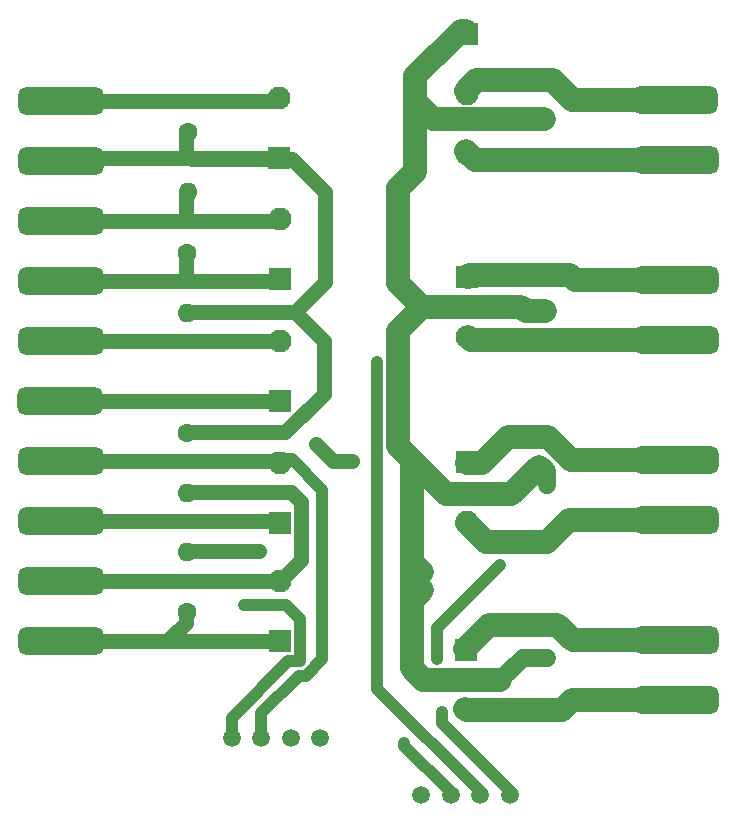
<source format=gbr>
%TF.GenerationSoftware,KiCad,Pcbnew,7.0.10*%
%TF.CreationDate,2024-07-22T09:22:49-04:00*%
%TF.ProjectId,12.X.1 - PLC Connector Combined.kicad_pcb_MERGED,31322e58-2e31-4202-9d20-504c4320436f,rev?*%
%TF.SameCoordinates,Original*%
%TF.FileFunction,Copper,L2,Bot*%
%TF.FilePolarity,Positive*%
%FSLAX46Y46*%
G04 Gerber Fmt 4.6, Leading zero omitted, Abs format (unit mm)*
G04 Created by KiCad (PCBNEW 7.0.10) date 2024-07-22 09:22:49*
%MOMM*%
%LPD*%
G01*
G04 APERTURE LIST*
G04 Aperture macros list*
%AMRoundRect*
0 Rectangle with rounded corners*
0 $1 Rounding radius*
0 $2 $3 $4 $5 $6 $7 $8 $9 X,Y pos of 4 corners*
0 Add a 4 corners polygon primitive as box body*
4,1,4,$2,$3,$4,$5,$6,$7,$8,$9,$2,$3,0*
0 Add four circle primitives for the rounded corners*
1,1,$1+$1,$2,$3*
1,1,$1+$1,$4,$5*
1,1,$1+$1,$6,$7*
1,1,$1+$1,$8,$9*
0 Add four rect primitives between the rounded corners*
20,1,$1+$1,$2,$3,$4,$5,0*
20,1,$1+$1,$4,$5,$6,$7,0*
20,1,$1+$1,$6,$7,$8,$9,0*
20,1,$1+$1,$8,$9,$2,$3,0*%
G04 Aperture macros list end*
%TA.AperFunction,ComponentPad*%
%ADD10C,1.600000*%
%TD*%
%TA.AperFunction,ComponentPad*%
%ADD11O,1.600000X1.600000*%
%TD*%
%TA.AperFunction,ComponentPad*%
%ADD12R,1.950000X1.950000*%
%TD*%
%TA.AperFunction,ComponentPad*%
%ADD13C,1.950000*%
%TD*%
%TA.AperFunction,ComponentPad*%
%ADD14C,1.498600*%
%TD*%
%TA.AperFunction,SMDPad,CuDef*%
%ADD15RoundRect,0.572500X3.045750X0.572500X-3.045750X0.572500X-3.045750X-0.572500X3.045750X-0.572500X0*%
%TD*%
%TA.AperFunction,ViaPad*%
%ADD16C,0.800000*%
%TD*%
%TA.AperFunction,Conductor*%
%ADD17C,2.000000*%
%TD*%
%TA.AperFunction,Conductor*%
%ADD18C,1.016000*%
%TD*%
%TA.AperFunction,Conductor*%
%ADD19C,1.500000*%
%TD*%
%TA.AperFunction,Conductor*%
%ADD20C,1.999996*%
%TD*%
%TA.AperFunction,Conductor*%
%ADD21C,1.270000*%
%TD*%
G04 APERTURE END LIST*
D10*
%TO.P,R203,1*%
%TO.N,Net-(J207-Pin_1)*%
X129778250Y-89942224D03*
D11*
%TO.P,R203,2*%
%TO.N,M*%
X129778250Y-95022224D03*
%TD*%
D12*
%TO.P,J318,1,1*%
%TO.N,Net-(J305-Pin_1)*%
X153468250Y-92040000D03*
D13*
%TO.P,J318,2,2*%
%TO.N,Net-(J306-Pin_1)*%
X153468250Y-97120000D03*
%TD*%
D12*
%TO.P,J317,1,1*%
%TO.N,GNDPWR*%
X153468250Y-71405000D03*
D13*
%TO.P,J317,2,2*%
%TO.N,Net-(J303-Pin_1)*%
X153468250Y-76485000D03*
%TO.P,J317,3,3*%
%TO.N,Net-(J304-Pin_1)*%
X153468250Y-81565000D03*
%TD*%
D12*
%TO.P,J222,1,1*%
%TO.N,Net-(J205-Pin_1)*%
X137658250Y-102482224D03*
D13*
%TO.P,J222,2,2*%
%TO.N,Net-(J206-Pin_1)*%
X137658250Y-97402224D03*
%TD*%
D10*
%TO.P,R202,1*%
%TO.N,M*%
X129778250Y-105237224D03*
D11*
%TO.P,R202,2*%
%TO.N,Net-(J202-Pin_1)*%
X129778250Y-110317224D03*
%TD*%
D10*
%TO.P,R201,1*%
%TO.N,Net-(J201-Pin_1)*%
X129738250Y-120332224D03*
D11*
%TO.P,R201,2*%
%TO.N,M*%
X129738250Y-115252224D03*
%TD*%
D12*
%TO.P,J225,1,1*%
%TO.N,Net-(J207-Pin_1)*%
X137628250Y-92157224D03*
D13*
%TO.P,J225,2,2*%
%TO.N,Net-(J208-Pin_1)*%
X137628250Y-87077224D03*
%TD*%
D12*
%TO.P,J319,1,1*%
%TO.N,Net-(J301-Pin_1)*%
X153418250Y-123600000D03*
D13*
%TO.P,J319,2,2*%
%TO.N,Net-(J302-Pin_1)*%
X153418250Y-128680000D03*
%TD*%
D12*
%TO.P,J223,1,1*%
%TO.N,M*%
X137608250Y-81947224D03*
D13*
%TO.P,J223,2,2*%
%TO.N,Net-(J210-Pin_1)*%
X137608250Y-76867224D03*
%TD*%
D12*
%TO.P,J224,1,1*%
%TO.N,Net-(J201-Pin_1)*%
X137658250Y-122857224D03*
D13*
%TO.P,J224,2,2*%
%TO.N,Net-(J202-Pin_1)*%
X137658250Y-117777224D03*
%TD*%
D12*
%TO.P,J221,1,1*%
%TO.N,Net-(J203-Pin_1)*%
X137628250Y-112837224D03*
D13*
%TO.P,J221,2,2*%
%TO.N,Net-(J204-Pin_1)*%
X137628250Y-107757224D03*
%TD*%
D14*
%TO.P,J226,1,1*%
%TO.N,Net-(J206-Pin_1)*%
X141048250Y-131047224D03*
%TO.P,J226,2,2*%
%TO.N,Net-(J205-Pin_1)*%
X138548250Y-131047224D03*
%TO.P,J226,3,3*%
%TO.N,Net-(J204-Pin_1)*%
X136048250Y-131047224D03*
%TO.P,J226,4,4*%
%TO.N,Net-(J203-Pin_1)*%
X133548250Y-131047224D03*
%TD*%
D10*
%TO.P,R204,1*%
%TO.N,M*%
X129868250Y-79722224D03*
D11*
%TO.P,R204,2*%
%TO.N,Net-(J208-Pin_1)*%
X129868250Y-84802224D03*
%TD*%
D14*
%TO.P,J321,1,1*%
%TO.N,Net-(J304-Pin_1)*%
X157095050Y-135824601D03*
%TO.P,J321,2,2*%
%TO.N,Net-(J306-Pin_1)*%
X154595050Y-135824601D03*
%TO.P,J321,3,3*%
%TO.N,Net-(J314-Pin_1)*%
X152095050Y-135824601D03*
%TO.P,J321,4,4*%
%TO.N,Net-(J302-Pin_1)*%
X149595050Y-135824601D03*
%TD*%
D12*
%TO.P,J320,1,1*%
%TO.N,Net-(J313-Pin_1)*%
X153448250Y-107655000D03*
D13*
%TO.P,J320,2,2*%
%TO.N,Net-(J314-Pin_1)*%
X153448250Y-112735000D03*
%TD*%
D15*
%TO.P,J212,1,Pin_1*%
%TO.N,Net-(J202-Pin_1)*%
X119118250Y-117757224D03*
%TD*%
%TO.P,J215,1,Pin_1*%
%TO.N,Net-(J205-Pin_1)*%
X119048250Y-102547224D03*
%TD*%
%TO.P,J313,1,Pin_1*%
%TO.N,Net-(J313-Pin_1)*%
X171148250Y-107515000D03*
%TD*%
%TO.P,J216,1,Pin_1*%
%TO.N,Net-(J206-Pin_1)*%
X119128250Y-97437224D03*
%TD*%
%TO.P,J303,1,Pin_1*%
%TO.N,Net-(J303-Pin_1)*%
X171118250Y-77025000D03*
%TD*%
%TO.P,J314,1,Pin_1*%
%TO.N,Net-(J314-Pin_1)*%
X171158250Y-112585000D03*
%TD*%
%TO.P,J302,1,Pin_1*%
%TO.N,Net-(J302-Pin_1)*%
X171148250Y-127825000D03*
%TD*%
%TO.P,J305,1,Pin_1*%
%TO.N,Net-(J305-Pin_1)*%
X171138250Y-92265000D03*
%TD*%
%TO.P,J213,1,Pin_1*%
%TO.N,Net-(J203-Pin_1)*%
X119128250Y-112677224D03*
%TD*%
%TO.P,J304,1,Pin_1*%
%TO.N,Net-(J304-Pin_1)*%
X171141750Y-82105000D03*
%TD*%
%TO.P,J219,1,Pin_1*%
%TO.N,M*%
X119098250Y-82187224D03*
%TD*%
%TO.P,J214,1,Pin_1*%
%TO.N,Net-(J204-Pin_1)*%
X119118250Y-107607224D03*
%TD*%
%TO.P,J218,1,Pin_1*%
%TO.N,Net-(J208-Pin_1)*%
X119118250Y-87287224D03*
%TD*%
%TO.P,J301,1,Pin_1*%
%TO.N,Net-(J301-Pin_1)*%
X171138250Y-122735000D03*
%TD*%
%TO.P,J220,1,Pin_1*%
%TO.N,Net-(J210-Pin_1)*%
X119098250Y-77127224D03*
%TD*%
%TO.P,J217,1,Pin_1*%
%TO.N,Net-(J207-Pin_1)*%
X119128250Y-92347224D03*
%TD*%
%TO.P,J306,1,Pin_1*%
%TO.N,Net-(J306-Pin_1)*%
X171158250Y-97345000D03*
%TD*%
%TO.P,J211,1,Pin_1*%
%TO.N,Net-(J201-Pin_1)*%
X119098250Y-122847224D03*
%TD*%
D16*
%TO.N,Net-(J306-Pin_1)*%
X165304251Y-97370999D03*
X162964251Y-97370999D03*
X164124251Y-97370999D03*
X145903251Y-99231999D03*
%TO.N,GNDPWR*%
X148697251Y-83610999D03*
X147681251Y-102914999D03*
X158476251Y-94913999D03*
X160127251Y-94913999D03*
X149647257Y-116951005D03*
X160174251Y-78690999D03*
X159964251Y-108090999D03*
X147681251Y-104311999D03*
X160174251Y-124260999D03*
X147681251Y-85515999D03*
X157841251Y-78657999D03*
X151745251Y-72434999D03*
X150983251Y-73196999D03*
X160381241Y-109150499D03*
X158222251Y-124250999D03*
X149708251Y-118535999D03*
X147808251Y-84372999D03*
%TO.N,Net-(J314-Pin_1)*%
X165584251Y-112540999D03*
X162864251Y-112591092D03*
X164164251Y-112570999D03*
X148189251Y-131489999D03*
%TO.N,Net-(J302-Pin_1)*%
X166130474Y-127824776D03*
X164700473Y-127824777D03*
X162978026Y-127824774D03*
%TO.N,Net-(J304-Pin_1)*%
X163064251Y-82091838D03*
X164284251Y-82100999D03*
X151358053Y-128816801D03*
X156319251Y-116374999D03*
X165594251Y-82080999D03*
X150983251Y-124332999D03*
%TO.N,Net-(J203-Pin_1)*%
X124331250Y-112654224D03*
X127633250Y-112654224D03*
X134618150Y-119766224D03*
X126109250Y-112654224D03*
%TO.N,Net-(J204-Pin_1)*%
X127633250Y-107574224D03*
X126109250Y-107574224D03*
X124458250Y-107574224D03*
%TO.N,Net-(J205-Pin_1)*%
X127887250Y-102494224D03*
X124712250Y-102494224D03*
X140714254Y-106177224D03*
X126363250Y-102494224D03*
X143762250Y-107574224D03*
%TO.N,Net-(J206-Pin_1)*%
X126490248Y-97414224D03*
X128141250Y-97414224D03*
X124712250Y-97414224D03*
%TO.N,M*%
X136142250Y-105161224D03*
X137285250Y-105161224D03*
X124204250Y-81920224D03*
X135888250Y-115194224D03*
X125855250Y-81920224D03*
X134872252Y-115194224D03*
X127633250Y-81920224D03*
%TO.N,Net-(J201-Pin_1)*%
X127125250Y-122814224D03*
X124331250Y-122814224D03*
X125728250Y-122814224D03*
%TO.N,Net-(J202-Pin_1)*%
X127252250Y-117734224D03*
X124331250Y-117734224D03*
X125728250Y-117734224D03*
%TO.N,Net-(J207-Pin_1)*%
X127887250Y-92334224D03*
X126236250Y-92334224D03*
X124712250Y-92334224D03*
%TO.N,Net-(J208-Pin_1)*%
X128141250Y-87254224D03*
X124585250Y-87254224D03*
X126363250Y-87254224D03*
%TO.N,Net-(J301-Pin_1)*%
X164497834Y-122759051D03*
X163264251Y-122740935D03*
X165832549Y-122742573D03*
%TO.N,Net-(J303-Pin_1)*%
X165694251Y-77010999D03*
X164284251Y-77010999D03*
X163094251Y-76980999D03*
%TO.N,Net-(J305-Pin_1)*%
X165474251Y-92260999D03*
X164234251Y-92240999D03*
X163064251Y-92270999D03*
%TO.N,Net-(J313-Pin_1)*%
X162864251Y-107570999D03*
X164304251Y-107570999D03*
X165734251Y-107550999D03*
%TD*%
D17*
%TO.N,Net-(J306-Pin_1)*%
X171064251Y-97370999D02*
X162964251Y-97370999D01*
X162964251Y-97370999D02*
X153827583Y-97370999D01*
D18*
X154577351Y-135553999D02*
X145903251Y-126879899D01*
X145903251Y-126879899D02*
X145903251Y-99231999D01*
D17*
X153827583Y-97370999D02*
X153529583Y-97072999D01*
%TO.N,GNDPWR*%
X158476251Y-94913999D02*
X158095251Y-94532999D01*
X158095251Y-94532999D02*
X149713251Y-94532999D01*
X156252251Y-126090999D02*
X149772774Y-126090999D01*
D19*
X160284251Y-109600999D02*
X160284251Y-108410999D01*
D17*
X153015251Y-71164999D02*
X150983251Y-73196999D01*
X150618251Y-78660999D02*
X157838251Y-78660999D01*
X148819251Y-107481999D02*
X148514751Y-107177499D01*
D19*
X158222251Y-124250999D02*
X156317251Y-126155999D01*
D17*
X150856251Y-73196999D02*
X149078250Y-74975000D01*
X148819251Y-116122999D02*
X148819251Y-107481999D01*
X157237251Y-110407999D02*
X159554252Y-108090998D01*
X147681251Y-84499999D02*
X149094251Y-83086999D01*
X147681251Y-96564999D02*
X147681251Y-106343999D01*
X160127251Y-94913999D02*
X158476251Y-94913999D01*
D20*
X148819251Y-116122999D02*
X149647257Y-116951005D01*
D17*
X157838251Y-78660999D02*
X157841252Y-78657998D01*
D18*
X157841251Y-78657999D02*
X157841252Y-78657998D01*
D17*
X149078250Y-77120998D02*
X150618251Y-78660999D01*
X151745251Y-110407999D02*
X157237251Y-110407999D01*
X149772774Y-126090999D02*
X148819251Y-125137476D01*
D20*
X148819251Y-119424999D02*
X149708251Y-118535999D01*
D17*
X149078250Y-74975000D02*
X149078250Y-77120998D01*
D19*
X160284251Y-108410999D02*
X159964251Y-108090999D01*
D17*
X147681251Y-85515999D02*
X147681251Y-84499999D01*
X148819251Y-119424999D02*
X148819251Y-116122999D01*
X149713251Y-94532999D02*
X148514751Y-93334499D01*
D19*
X160254251Y-124250999D02*
X158222251Y-124250999D01*
D17*
X147681251Y-92500999D02*
X147681251Y-85515999D01*
X148514751Y-107177499D02*
X151745251Y-110407999D01*
X149094251Y-77136999D02*
X149078250Y-77120998D01*
X153396251Y-71164999D02*
X153015251Y-71164999D01*
X150983251Y-73196999D02*
X150856251Y-73196999D01*
X147681251Y-106343999D02*
X148514751Y-107177499D01*
X149713251Y-94532999D02*
X147681251Y-96564999D01*
X160000251Y-78657999D02*
X157841251Y-78657999D01*
D19*
X159964251Y-108090999D02*
X159554253Y-108090999D01*
D17*
X148819251Y-125137476D02*
X148819251Y-119424999D01*
X149094251Y-83086999D02*
X149094251Y-77136999D01*
D19*
X159554253Y-108090999D02*
X159554252Y-108090998D01*
D17*
X148514751Y-93334499D02*
X147681251Y-92500999D01*
%TO.N,Net-(J314-Pin_1)*%
X162864251Y-112591092D02*
X162134698Y-112591092D01*
D18*
X152037351Y-135553999D02*
X148189251Y-131705899D01*
D17*
X162134698Y-112591092D02*
X160242791Y-114482999D01*
X155124917Y-114482999D02*
X153462917Y-112820999D01*
X171133876Y-112591092D02*
X162864251Y-112591092D01*
X160242791Y-114482999D02*
X155124917Y-114482999D01*
D18*
X148189251Y-131705899D02*
X148189251Y-131489999D01*
D17*
%TO.N,Net-(J302-Pin_1)*%
X171138691Y-127824770D02*
X162402240Y-127824770D01*
X162402240Y-127824770D02*
X161531011Y-128695999D01*
X153456585Y-128695999D02*
X153329585Y-128568999D01*
X161531011Y-128695999D02*
X153456585Y-128695999D01*
%TO.N,Net-(J304-Pin_1)*%
X163064251Y-82091838D02*
X154163090Y-82091838D01*
D18*
X157117351Y-135553999D02*
X151358053Y-129794701D01*
X150983251Y-121710999D02*
X150983251Y-124332999D01*
X156319251Y-116374999D02*
X150983251Y-121710999D01*
D17*
X154163090Y-82091838D02*
X153396251Y-81324999D01*
D18*
X151358053Y-129794701D02*
X151358053Y-128816801D01*
D17*
X171118046Y-82091838D02*
X163064251Y-82091838D01*
D21*
%TO.N,Net-(J203-Pin_1)*%
X119149842Y-112654224D02*
X119140369Y-112663697D01*
X127633250Y-112654224D02*
X126109250Y-112654224D01*
D18*
X134618150Y-119766224D02*
X138174250Y-119766224D01*
D21*
X126109250Y-112654224D02*
X124331250Y-112654224D01*
D18*
X138174250Y-119766224D02*
X139341250Y-120933224D01*
X139341250Y-124540224D02*
X138335566Y-124540224D01*
X138335566Y-124540224D02*
X133548250Y-129327540D01*
X133548250Y-129327540D02*
X133548250Y-131047224D01*
D21*
X137285250Y-112527224D02*
X137158250Y-112654224D01*
D18*
X139341250Y-120933224D02*
X139341250Y-124540224D01*
D21*
X124331250Y-112654224D02*
X119149842Y-112654224D01*
X137158250Y-112654224D02*
X127633250Y-112654224D01*
D18*
%TO.N,Net-(J204-Pin_1)*%
X139844934Y-125756224D02*
X141222250Y-124378908D01*
X141222250Y-110005366D02*
X138664108Y-107447224D01*
X141222250Y-124378908D02*
X141222250Y-110005366D01*
D21*
X127633250Y-107574224D02*
X126109250Y-107574224D01*
X119143060Y-107574224D02*
X119131976Y-107585308D01*
X137285250Y-107447224D02*
X137158250Y-107574224D01*
D18*
X139239250Y-125756224D02*
X139844934Y-125756224D01*
X136048250Y-131047224D02*
X136048250Y-128947224D01*
D21*
X124458250Y-107574224D02*
X119143060Y-107574224D01*
X137158250Y-107574224D02*
X127633250Y-107574224D01*
D18*
X136048250Y-128947224D02*
X139239250Y-125756224D01*
D21*
X126109250Y-107574224D02*
X124458250Y-107574224D01*
D18*
X138664108Y-107447224D02*
X137285250Y-107447224D01*
D21*
%TO.N,Net-(J205-Pin_1)*%
X119059025Y-102494224D02*
X119028250Y-102524999D01*
X142111254Y-107574224D02*
X140714254Y-106177224D01*
X137158250Y-102494224D02*
X127887250Y-102494224D01*
X137285250Y-102367224D02*
X137158250Y-102494224D01*
X126363250Y-102494224D02*
X124712250Y-102494224D01*
X127887250Y-102494224D02*
X126363250Y-102494224D01*
X143762250Y-107574224D02*
X142111254Y-107574224D01*
X124712250Y-102494224D02*
X119059025Y-102494224D01*
%TO.N,Net-(J206-Pin_1)*%
X124705556Y-97420918D02*
X124712250Y-97414224D01*
X126490248Y-97414224D02*
X124712250Y-97414224D01*
X137158250Y-97414224D02*
X128141250Y-97414224D01*
X128141250Y-97414224D02*
X126490248Y-97414224D01*
X119132660Y-97420918D02*
X119133749Y-97422007D01*
X137285250Y-97287224D02*
X137158250Y-97414224D01*
X119132660Y-97420918D02*
X124705556Y-97420918D01*
X119133749Y-97422007D02*
X123696250Y-97422007D01*
%TO.N,M*%
X130173250Y-82047224D02*
X137285250Y-82047224D01*
X138936250Y-95001224D02*
X129665250Y-95001224D01*
X135888250Y-115194224D02*
X134872252Y-115194224D01*
X129665250Y-79684224D02*
X129665250Y-81539224D01*
X141476250Y-92461224D02*
X138936250Y-95001224D01*
X127633250Y-81920224D02*
X137158250Y-81920224D01*
X137285250Y-82047224D02*
X138682250Y-82047224D01*
X119424650Y-81920224D02*
X119153347Y-82191527D01*
X129665250Y-105161224D02*
X136142250Y-105161224D01*
X141476250Y-84841224D02*
X141476250Y-92461224D01*
X138682250Y-82047224D02*
X141476250Y-84841224D01*
X141349250Y-97414224D02*
X138936250Y-95001224D01*
X124204250Y-81920224D02*
X119424650Y-81920224D01*
X136142250Y-105161224D02*
X137285250Y-105161224D01*
X129665250Y-81539224D02*
X130173250Y-82047224D01*
X141349250Y-101923224D02*
X141349250Y-97414224D01*
X129665250Y-115194224D02*
X134872252Y-115194224D01*
X137158250Y-81920224D02*
X137285250Y-82047224D01*
X125855250Y-81920224D02*
X124204250Y-81920224D01*
X137285250Y-105161224D02*
X137655250Y-105161224D01*
X136142250Y-105161224D02*
X138111250Y-105161224D01*
X138111250Y-105161224D02*
X141349250Y-101923224D01*
X127633250Y-81920224D02*
X125855250Y-81920224D01*
%TO.N,Net-(J210-Pin_1)*%
X119149963Y-77094224D02*
X119128986Y-77115201D01*
X137285250Y-76967224D02*
X137158250Y-77094224D01*
X137158250Y-77094224D02*
X119149963Y-77094224D01*
%TO.N,Net-(J201-Pin_1)*%
X129665250Y-121264173D02*
X128115203Y-122814220D01*
X119138395Y-122814220D02*
X119138391Y-122814224D01*
X125728250Y-122814224D02*
X127125250Y-122814224D01*
X129665250Y-120274224D02*
X129665250Y-121264173D01*
X128115203Y-122814220D02*
X119138395Y-122814220D01*
X119138391Y-122814224D02*
X124331250Y-122814224D01*
X124331250Y-122814224D02*
X125728250Y-122814224D01*
X137158250Y-122814224D02*
X137285250Y-122687224D01*
X127125250Y-122814224D02*
X137158250Y-122814224D01*
%TO.N,Net-(J202-Pin_1)*%
X139438250Y-111027224D02*
X138608250Y-110197224D01*
X119139942Y-117734224D02*
X119131976Y-117742190D01*
X124331250Y-117734224D02*
X119139942Y-117734224D01*
X124331250Y-117734224D02*
X124374250Y-117777224D01*
X137658250Y-117777224D02*
X139438250Y-115997224D01*
X138608250Y-110197224D02*
X130138250Y-110197224D01*
X127252250Y-117734224D02*
X125728250Y-117734224D01*
X125728250Y-117734224D02*
X124331250Y-117734224D01*
X124374250Y-117777224D02*
X137658250Y-117777224D01*
X139438250Y-115997224D02*
X139438250Y-111027224D01*
%TO.N,Net-(J207-Pin_1)*%
X124721592Y-92343566D02*
X126226908Y-92343566D01*
X127887250Y-92334224D02*
X137158250Y-92334224D01*
X119147737Y-92334224D02*
X127887250Y-92334224D01*
X119131976Y-92349985D02*
X119147737Y-92334224D01*
X126226908Y-92343566D02*
X126236250Y-92334224D01*
X129665250Y-92334224D02*
X126236250Y-92334224D01*
X124712250Y-92334224D02*
X124721592Y-92343566D01*
X137158250Y-92334224D02*
X137285250Y-92207224D01*
X129665250Y-89921224D02*
X129665250Y-92334224D01*
%TO.N,Net-(J208-Pin_1)*%
X129665250Y-84764224D02*
X129665250Y-87254224D01*
X126363250Y-87254224D02*
X128141250Y-87254224D01*
X119138395Y-87265125D02*
X119149296Y-87254224D01*
X119149296Y-87254224D02*
X124585250Y-87254224D01*
X129654349Y-87265125D02*
X119138395Y-87265125D01*
X129665250Y-87254224D02*
X129654349Y-87265125D01*
X137158250Y-87254224D02*
X137285250Y-87127224D01*
X124585250Y-87254224D02*
X126363250Y-87254224D01*
X128141250Y-87254224D02*
X137158250Y-87254224D01*
D17*
%TO.N,Net-(J301-Pin_1)*%
X161134429Y-121456999D02*
X155361585Y-121456999D01*
X171148279Y-122740935D02*
X163264251Y-122740935D01*
X155361585Y-121456999D02*
X153329585Y-123488999D01*
X162418365Y-122740935D02*
X161134429Y-121456999D01*
X163264251Y-122740935D02*
X162418365Y-122740935D01*
%TO.N,Net-(J303-Pin_1)*%
X162408429Y-77010999D02*
X160753429Y-75355999D01*
X165694251Y-77010999D02*
X165686117Y-77019133D01*
X160753429Y-75355999D02*
X154285251Y-75355999D01*
X164284251Y-77010999D02*
X162408429Y-77010999D01*
X171152134Y-77019133D02*
X165702385Y-77019133D01*
X154285251Y-75355999D02*
X153396251Y-76244999D01*
X165686117Y-77019133D02*
X164292385Y-77019133D01*
X165702385Y-77019133D02*
X165694251Y-77010999D01*
X164292385Y-77019133D02*
X164284251Y-77010999D01*
%TO.N,Net-(J305-Pin_1)*%
X162234192Y-91865999D02*
X162639192Y-92270999D01*
X153529583Y-91992999D02*
X153656583Y-91865999D01*
X162639192Y-92270999D02*
X170964251Y-92270999D01*
X153656583Y-91865999D02*
X162234192Y-91865999D01*
%TO.N,Net-(J313-Pin_1)*%
X171153314Y-107528455D02*
X162263525Y-107528455D01*
X156950251Y-105581999D02*
X154791251Y-107740999D01*
X162263525Y-107528455D02*
X160317069Y-105581999D01*
X160317069Y-105581999D02*
X156950251Y-105581999D01*
X154791251Y-107740999D02*
X153462917Y-107740999D01*
%TD*%
M02*

</source>
